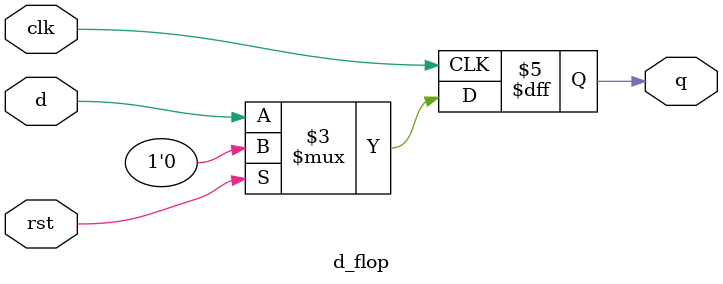
<source format=v>
module d_flop(d, clk, rst, q);
input d, clk, rst;
output reg q;
always @(posedge clk) begin
	if(rst) begin
		q <= 0;
	end
	else begin
		q <= d;
	end
end
endmodule
</source>
